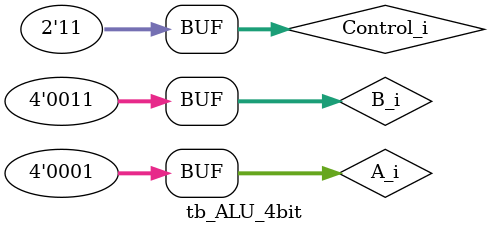
<source format=v>
`include "ALU_4bit.v"
`timescale 1ns/1ns

module tb_ALU_4bit (

);
    reg  [3:0] A_i;
    reg  [3:0] B_i;
    reg  [1:0] Control_i;
    wire [3:0] R_o;

    ALU_4bit u_ALU_4bit (
        .A_i (A_i),
        .B_i (B_i),
        .Control_i (Control_i),
        .R_o (R_o)
    );

    initial begin

        #0 //1+2
        A_i = 4'b0001;
        B_i = 4'b0010;
        Control_i = 2'b00;

        #1 // 2-1
        A_i = 4'b0010;
        B_i = 4'b0001;
        Control_i = 2'b01;

        #1 // OR
        A_i = 4'b0001;
        B_i = 4'b0010;
        Control_i = 2'b10;

        #1 // AND
        A_i = 4'b0001;
        B_i = 3'b0011;
        Control_i = 2'b11;

    end

    initial begin
	    $dumpfile("tb_ALU_4bit.vcd");
	    $dumpvars(0, tb_ALU_4bit);
    end

endmodule
</source>
